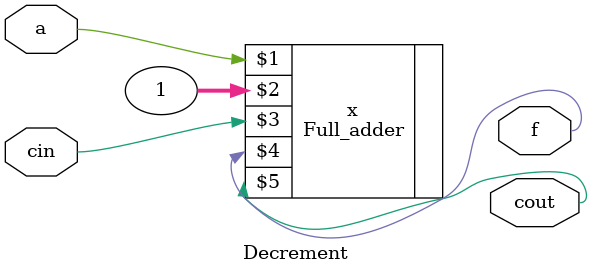
<source format=v>
module Decrement (a,cin,f,cout);
	input a,cin;
	output f,cout;
	Full_adder x (a,1,cin,f,cout);
endmodule

</source>
